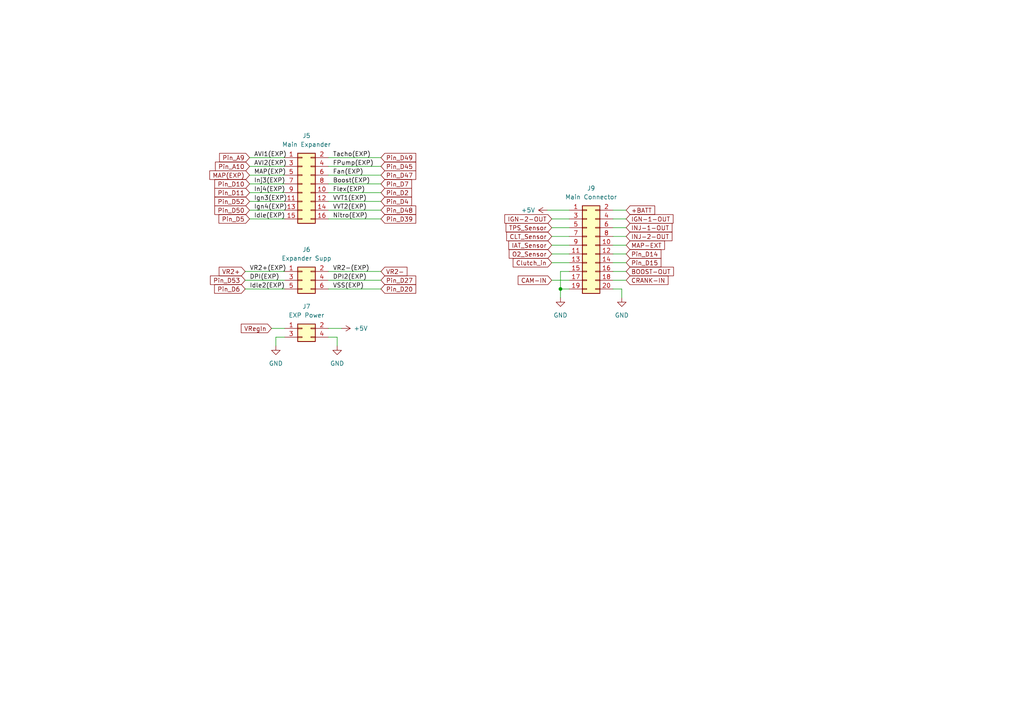
<source format=kicad_sch>
(kicad_sch (version 20211123) (generator eeschema)

  (uuid a35eaedc-2f05-4446-abcc-182d69b9ced9)

  (paper "A4")

  (lib_symbols
    (symbol "Connector_Generic:Conn_02x02_Odd_Even" (pin_names (offset 1.016) hide) (in_bom yes) (on_board yes)
      (property "Reference" "J" (id 0) (at 1.27 2.54 0)
        (effects (font (size 1.27 1.27)))
      )
      (property "Value" "Conn_02x02_Odd_Even" (id 1) (at 1.27 -5.08 0)
        (effects (font (size 1.27 1.27)))
      )
      (property "Footprint" "" (id 2) (at 0 0 0)
        (effects (font (size 1.27 1.27)) hide)
      )
      (property "Datasheet" "~" (id 3) (at 0 0 0)
        (effects (font (size 1.27 1.27)) hide)
      )
      (property "ki_keywords" "connector" (id 4) (at 0 0 0)
        (effects (font (size 1.27 1.27)) hide)
      )
      (property "ki_description" "Generic connector, double row, 02x02, odd/even pin numbering scheme (row 1 odd numbers, row 2 even numbers), script generated (kicad-library-utils/schlib/autogen/connector/)" (id 5) (at 0 0 0)
        (effects (font (size 1.27 1.27)) hide)
      )
      (property "ki_fp_filters" "Connector*:*_2x??_*" (id 6) (at 0 0 0)
        (effects (font (size 1.27 1.27)) hide)
      )
      (symbol "Conn_02x02_Odd_Even_1_1"
        (rectangle (start -1.27 -2.413) (end 0 -2.667)
          (stroke (width 0.1524) (type default) (color 0 0 0 0))
          (fill (type none))
        )
        (rectangle (start -1.27 0.127) (end 0 -0.127)
          (stroke (width 0.1524) (type default) (color 0 0 0 0))
          (fill (type none))
        )
        (rectangle (start -1.27 1.27) (end 3.81 -3.81)
          (stroke (width 0.254) (type default) (color 0 0 0 0))
          (fill (type background))
        )
        (rectangle (start 3.81 -2.413) (end 2.54 -2.667)
          (stroke (width 0.1524) (type default) (color 0 0 0 0))
          (fill (type none))
        )
        (rectangle (start 3.81 0.127) (end 2.54 -0.127)
          (stroke (width 0.1524) (type default) (color 0 0 0 0))
          (fill (type none))
        )
        (pin passive line (at -5.08 0 0) (length 3.81)
          (name "Pin_1" (effects (font (size 1.27 1.27))))
          (number "1" (effects (font (size 1.27 1.27))))
        )
        (pin passive line (at 7.62 0 180) (length 3.81)
          (name "Pin_2" (effects (font (size 1.27 1.27))))
          (number "2" (effects (font (size 1.27 1.27))))
        )
        (pin passive line (at -5.08 -2.54 0) (length 3.81)
          (name "Pin_3" (effects (font (size 1.27 1.27))))
          (number "3" (effects (font (size 1.27 1.27))))
        )
        (pin passive line (at 7.62 -2.54 180) (length 3.81)
          (name "Pin_4" (effects (font (size 1.27 1.27))))
          (number "4" (effects (font (size 1.27 1.27))))
        )
      )
    )
    (symbol "Connector_Generic:Conn_02x03_Odd_Even" (pin_names (offset 1.016) hide) (in_bom yes) (on_board yes)
      (property "Reference" "J" (id 0) (at 1.27 5.08 0)
        (effects (font (size 1.27 1.27)))
      )
      (property "Value" "Conn_02x03_Odd_Even" (id 1) (at 1.27 -5.08 0)
        (effects (font (size 1.27 1.27)))
      )
      (property "Footprint" "" (id 2) (at 0 0 0)
        (effects (font (size 1.27 1.27)) hide)
      )
      (property "Datasheet" "~" (id 3) (at 0 0 0)
        (effects (font (size 1.27 1.27)) hide)
      )
      (property "ki_keywords" "connector" (id 4) (at 0 0 0)
        (effects (font (size 1.27 1.27)) hide)
      )
      (property "ki_description" "Generic connector, double row, 02x03, odd/even pin numbering scheme (row 1 odd numbers, row 2 even numbers), script generated (kicad-library-utils/schlib/autogen/connector/)" (id 5) (at 0 0 0)
        (effects (font (size 1.27 1.27)) hide)
      )
      (property "ki_fp_filters" "Connector*:*_2x??_*" (id 6) (at 0 0 0)
        (effects (font (size 1.27 1.27)) hide)
      )
      (symbol "Conn_02x03_Odd_Even_1_1"
        (rectangle (start -1.27 -2.413) (end 0 -2.667)
          (stroke (width 0.1524) (type default) (color 0 0 0 0))
          (fill (type none))
        )
        (rectangle (start -1.27 0.127) (end 0 -0.127)
          (stroke (width 0.1524) (type default) (color 0 0 0 0))
          (fill (type none))
        )
        (rectangle (start -1.27 2.667) (end 0 2.413)
          (stroke (width 0.1524) (type default) (color 0 0 0 0))
          (fill (type none))
        )
        (rectangle (start -1.27 3.81) (end 3.81 -3.81)
          (stroke (width 0.254) (type default) (color 0 0 0 0))
          (fill (type background))
        )
        (rectangle (start 3.81 -2.413) (end 2.54 -2.667)
          (stroke (width 0.1524) (type default) (color 0 0 0 0))
          (fill (type none))
        )
        (rectangle (start 3.81 0.127) (end 2.54 -0.127)
          (stroke (width 0.1524) (type default) (color 0 0 0 0))
          (fill (type none))
        )
        (rectangle (start 3.81 2.667) (end 2.54 2.413)
          (stroke (width 0.1524) (type default) (color 0 0 0 0))
          (fill (type none))
        )
        (pin passive line (at -5.08 2.54 0) (length 3.81)
          (name "Pin_1" (effects (font (size 1.27 1.27))))
          (number "1" (effects (font (size 1.27 1.27))))
        )
        (pin passive line (at 7.62 2.54 180) (length 3.81)
          (name "Pin_2" (effects (font (size 1.27 1.27))))
          (number "2" (effects (font (size 1.27 1.27))))
        )
        (pin passive line (at -5.08 0 0) (length 3.81)
          (name "Pin_3" (effects (font (size 1.27 1.27))))
          (number "3" (effects (font (size 1.27 1.27))))
        )
        (pin passive line (at 7.62 0 180) (length 3.81)
          (name "Pin_4" (effects (font (size 1.27 1.27))))
          (number "4" (effects (font (size 1.27 1.27))))
        )
        (pin passive line (at -5.08 -2.54 0) (length 3.81)
          (name "Pin_5" (effects (font (size 1.27 1.27))))
          (number "5" (effects (font (size 1.27 1.27))))
        )
        (pin passive line (at 7.62 -2.54 180) (length 3.81)
          (name "Pin_6" (effects (font (size 1.27 1.27))))
          (number "6" (effects (font (size 1.27 1.27))))
        )
      )
    )
    (symbol "Connector_Generic:Conn_02x08_Odd_Even" (pin_names (offset 1.016) hide) (in_bom yes) (on_board yes)
      (property "Reference" "J" (id 0) (at 1.27 10.16 0)
        (effects (font (size 1.27 1.27)))
      )
      (property "Value" "Conn_02x08_Odd_Even" (id 1) (at 1.27 -12.7 0)
        (effects (font (size 1.27 1.27)))
      )
      (property "Footprint" "" (id 2) (at 0 0 0)
        (effects (font (size 1.27 1.27)) hide)
      )
      (property "Datasheet" "~" (id 3) (at 0 0 0)
        (effects (font (size 1.27 1.27)) hide)
      )
      (property "ki_keywords" "connector" (id 4) (at 0 0 0)
        (effects (font (size 1.27 1.27)) hide)
      )
      (property "ki_description" "Generic connector, double row, 02x08, odd/even pin numbering scheme (row 1 odd numbers, row 2 even numbers), script generated (kicad-library-utils/schlib/autogen/connector/)" (id 5) (at 0 0 0)
        (effects (font (size 1.27 1.27)) hide)
      )
      (property "ki_fp_filters" "Connector*:*_2x??_*" (id 6) (at 0 0 0)
        (effects (font (size 1.27 1.27)) hide)
      )
      (symbol "Conn_02x08_Odd_Even_1_1"
        (rectangle (start -1.27 -10.033) (end 0 -10.287)
          (stroke (width 0.1524) (type default) (color 0 0 0 0))
          (fill (type none))
        )
        (rectangle (start -1.27 -7.493) (end 0 -7.747)
          (stroke (width 0.1524) (type default) (color 0 0 0 0))
          (fill (type none))
        )
        (rectangle (start -1.27 -4.953) (end 0 -5.207)
          (stroke (width 0.1524) (type default) (color 0 0 0 0))
          (fill (type none))
        )
        (rectangle (start -1.27 -2.413) (end 0 -2.667)
          (stroke (width 0.1524) (type default) (color 0 0 0 0))
          (fill (type none))
        )
        (rectangle (start -1.27 0.127) (end 0 -0.127)
          (stroke (width 0.1524) (type default) (color 0 0 0 0))
          (fill (type none))
        )
        (rectangle (start -1.27 2.667) (end 0 2.413)
          (stroke (width 0.1524) (type default) (color 0 0 0 0))
          (fill (type none))
        )
        (rectangle (start -1.27 5.207) (end 0 4.953)
          (stroke (width 0.1524) (type default) (color 0 0 0 0))
          (fill (type none))
        )
        (rectangle (start -1.27 7.747) (end 0 7.493)
          (stroke (width 0.1524) (type default) (color 0 0 0 0))
          (fill (type none))
        )
        (rectangle (start -1.27 8.89) (end 3.81 -11.43)
          (stroke (width 0.254) (type default) (color 0 0 0 0))
          (fill (type background))
        )
        (rectangle (start 3.81 -10.033) (end 2.54 -10.287)
          (stroke (width 0.1524) (type default) (color 0 0 0 0))
          (fill (type none))
        )
        (rectangle (start 3.81 -7.493) (end 2.54 -7.747)
          (stroke (width 0.1524) (type default) (color 0 0 0 0))
          (fill (type none))
        )
        (rectangle (start 3.81 -4.953) (end 2.54 -5.207)
          (stroke (width 0.1524) (type default) (color 0 0 0 0))
          (fill (type none))
        )
        (rectangle (start 3.81 -2.413) (end 2.54 -2.667)
          (stroke (width 0.1524) (type default) (color 0 0 0 0))
          (fill (type none))
        )
        (rectangle (start 3.81 0.127) (end 2.54 -0.127)
          (stroke (width 0.1524) (type default) (color 0 0 0 0))
          (fill (type none))
        )
        (rectangle (start 3.81 2.667) (end 2.54 2.413)
          (stroke (width 0.1524) (type default) (color 0 0 0 0))
          (fill (type none))
        )
        (rectangle (start 3.81 5.207) (end 2.54 4.953)
          (stroke (width 0.1524) (type default) (color 0 0 0 0))
          (fill (type none))
        )
        (rectangle (start 3.81 7.747) (end 2.54 7.493)
          (stroke (width 0.1524) (type default) (color 0 0 0 0))
          (fill (type none))
        )
        (pin passive line (at -5.08 7.62 0) (length 3.81)
          (name "Pin_1" (effects (font (size 1.27 1.27))))
          (number "1" (effects (font (size 1.27 1.27))))
        )
        (pin passive line (at 7.62 -2.54 180) (length 3.81)
          (name "Pin_10" (effects (font (size 1.27 1.27))))
          (number "10" (effects (font (size 1.27 1.27))))
        )
        (pin passive line (at -5.08 -5.08 0) (length 3.81)
          (name "Pin_11" (effects (font (size 1.27 1.27))))
          (number "11" (effects (font (size 1.27 1.27))))
        )
        (pin passive line (at 7.62 -5.08 180) (length 3.81)
          (name "Pin_12" (effects (font (size 1.27 1.27))))
          (number "12" (effects (font (size 1.27 1.27))))
        )
        (pin passive line (at -5.08 -7.62 0) (length 3.81)
          (name "Pin_13" (effects (font (size 1.27 1.27))))
          (number "13" (effects (font (size 1.27 1.27))))
        )
        (pin passive line (at 7.62 -7.62 180) (length 3.81)
          (name "Pin_14" (effects (font (size 1.27 1.27))))
          (number "14" (effects (font (size 1.27 1.27))))
        )
        (pin passive line (at -5.08 -10.16 0) (length 3.81)
          (name "Pin_15" (effects (font (size 1.27 1.27))))
          (number "15" (effects (font (size 1.27 1.27))))
        )
        (pin passive line (at 7.62 -10.16 180) (length 3.81)
          (name "Pin_16" (effects (font (size 1.27 1.27))))
          (number "16" (effects (font (size 1.27 1.27))))
        )
        (pin passive line (at 7.62 7.62 180) (length 3.81)
          (name "Pin_2" (effects (font (size 1.27 1.27))))
          (number "2" (effects (font (size 1.27 1.27))))
        )
        (pin passive line (at -5.08 5.08 0) (length 3.81)
          (name "Pin_3" (effects (font (size 1.27 1.27))))
          (number "3" (effects (font (size 1.27 1.27))))
        )
        (pin passive line (at 7.62 5.08 180) (length 3.81)
          (name "Pin_4" (effects (font (size 1.27 1.27))))
          (number "4" (effects (font (size 1.27 1.27))))
        )
        (pin passive line (at -5.08 2.54 0) (length 3.81)
          (name "Pin_5" (effects (font (size 1.27 1.27))))
          (number "5" (effects (font (size 1.27 1.27))))
        )
        (pin passive line (at 7.62 2.54 180) (length 3.81)
          (name "Pin_6" (effects (font (size 1.27 1.27))))
          (number "6" (effects (font (size 1.27 1.27))))
        )
        (pin passive line (at -5.08 0 0) (length 3.81)
          (name "Pin_7" (effects (font (size 1.27 1.27))))
          (number "7" (effects (font (size 1.27 1.27))))
        )
        (pin passive line (at 7.62 0 180) (length 3.81)
          (name "Pin_8" (effects (font (size 1.27 1.27))))
          (number "8" (effects (font (size 1.27 1.27))))
        )
        (pin passive line (at -5.08 -2.54 0) (length 3.81)
          (name "Pin_9" (effects (font (size 1.27 1.27))))
          (number "9" (effects (font (size 1.27 1.27))))
        )
      )
    )
    (symbol "Connector_Generic:Conn_02x10_Odd_Even" (pin_names (offset 1.016) hide) (in_bom yes) (on_board yes)
      (property "Reference" "J" (id 0) (at 1.27 12.7 0)
        (effects (font (size 1.27 1.27)))
      )
      (property "Value" "Conn_02x10_Odd_Even" (id 1) (at 1.27 -15.24 0)
        (effects (font (size 1.27 1.27)))
      )
      (property "Footprint" "" (id 2) (at 0 0 0)
        (effects (font (size 1.27 1.27)) hide)
      )
      (property "Datasheet" "~" (id 3) (at 0 0 0)
        (effects (font (size 1.27 1.27)) hide)
      )
      (property "ki_keywords" "connector" (id 4) (at 0 0 0)
        (effects (font (size 1.27 1.27)) hide)
      )
      (property "ki_description" "Generic connector, double row, 02x10, odd/even pin numbering scheme (row 1 odd numbers, row 2 even numbers), script generated (kicad-library-utils/schlib/autogen/connector/)" (id 5) (at 0 0 0)
        (effects (font (size 1.27 1.27)) hide)
      )
      (property "ki_fp_filters" "Connector*:*_2x??_*" (id 6) (at 0 0 0)
        (effects (font (size 1.27 1.27)) hide)
      )
      (symbol "Conn_02x10_Odd_Even_1_1"
        (rectangle (start -1.27 -12.573) (end 0 -12.827)
          (stroke (width 0.1524) (type default) (color 0 0 0 0))
          (fill (type none))
        )
        (rectangle (start -1.27 -10.033) (end 0 -10.287)
          (stroke (width 0.1524) (type default) (color 0 0 0 0))
          (fill (type none))
        )
        (rectangle (start -1.27 -7.493) (end 0 -7.747)
          (stroke (width 0.1524) (type default) (color 0 0 0 0))
          (fill (type none))
        )
        (rectangle (start -1.27 -4.953) (end 0 -5.207)
          (stroke (width 0.1524) (type default) (color 0 0 0 0))
          (fill (type none))
        )
        (rectangle (start -1.27 -2.413) (end 0 -2.667)
          (stroke (width 0.1524) (type default) (color 0 0 0 0))
          (fill (type none))
        )
        (rectangle (start -1.27 0.127) (end 0 -0.127)
          (stroke (width 0.1524) (type default) (color 0 0 0 0))
          (fill (type none))
        )
        (rectangle (start -1.27 2.667) (end 0 2.413)
          (stroke (width 0.1524) (type default) (color 0 0 0 0))
          (fill (type none))
        )
        (rectangle (start -1.27 5.207) (end 0 4.953)
          (stroke (width 0.1524) (type default) (color 0 0 0 0))
          (fill (type none))
        )
        (rectangle (start -1.27 7.747) (end 0 7.493)
          (stroke (width 0.1524) (type default) (color 0 0 0 0))
          (fill (type none))
        )
        (rectangle (start -1.27 10.287) (end 0 10.033)
          (stroke (width 0.1524) (type default) (color 0 0 0 0))
          (fill (type none))
        )
        (rectangle (start -1.27 11.43) (end 3.81 -13.97)
          (stroke (width 0.254) (type default) (color 0 0 0 0))
          (fill (type background))
        )
        (rectangle (start 3.81 -12.573) (end 2.54 -12.827)
          (stroke (width 0.1524) (type default) (color 0 0 0 0))
          (fill (type none))
        )
        (rectangle (start 3.81 -10.033) (end 2.54 -10.287)
          (stroke (width 0.1524) (type default) (color 0 0 0 0))
          (fill (type none))
        )
        (rectangle (start 3.81 -7.493) (end 2.54 -7.747)
          (stroke (width 0.1524) (type default) (color 0 0 0 0))
          (fill (type none))
        )
        (rectangle (start 3.81 -4.953) (end 2.54 -5.207)
          (stroke (width 0.1524) (type default) (color 0 0 0 0))
          (fill (type none))
        )
        (rectangle (start 3.81 -2.413) (end 2.54 -2.667)
          (stroke (width 0.1524) (type default) (color 0 0 0 0))
          (fill (type none))
        )
        (rectangle (start 3.81 0.127) (end 2.54 -0.127)
          (stroke (width 0.1524) (type default) (color 0 0 0 0))
          (fill (type none))
        )
        (rectangle (start 3.81 2.667) (end 2.54 2.413)
          (stroke (width 0.1524) (type default) (color 0 0 0 0))
          (fill (type none))
        )
        (rectangle (start 3.81 5.207) (end 2.54 4.953)
          (stroke (width 0.1524) (type default) (color 0 0 0 0))
          (fill (type none))
        )
        (rectangle (start 3.81 7.747) (end 2.54 7.493)
          (stroke (width 0.1524) (type default) (color 0 0 0 0))
          (fill (type none))
        )
        (rectangle (start 3.81 10.287) (end 2.54 10.033)
          (stroke (width 0.1524) (type default) (color 0 0 0 0))
          (fill (type none))
        )
        (pin passive line (at -5.08 10.16 0) (length 3.81)
          (name "Pin_1" (effects (font (size 1.27 1.27))))
          (number "1" (effects (font (size 1.27 1.27))))
        )
        (pin passive line (at 7.62 0 180) (length 3.81)
          (name "Pin_10" (effects (font (size 1.27 1.27))))
          (number "10" (effects (font (size 1.27 1.27))))
        )
        (pin passive line (at -5.08 -2.54 0) (length 3.81)
          (name "Pin_11" (effects (font (size 1.27 1.27))))
          (number "11" (effects (font (size 1.27 1.27))))
        )
        (pin passive line (at 7.62 -2.54 180) (length 3.81)
          (name "Pin_12" (effects (font (size 1.27 1.27))))
          (number "12" (effects (font (size 1.27 1.27))))
        )
        (pin passive line (at -5.08 -5.08 0) (length 3.81)
          (name "Pin_13" (effects (font (size 1.27 1.27))))
          (number "13" (effects (font (size 1.27 1.27))))
        )
        (pin passive line (at 7.62 -5.08 180) (length 3.81)
          (name "Pin_14" (effects (font (size 1.27 1.27))))
          (number "14" (effects (font (size 1.27 1.27))))
        )
        (pin passive line (at -5.08 -7.62 0) (length 3.81)
          (name "Pin_15" (effects (font (size 1.27 1.27))))
          (number "15" (effects (font (size 1.27 1.27))))
        )
        (pin passive line (at 7.62 -7.62 180) (length 3.81)
          (name "Pin_16" (effects (font (size 1.27 1.27))))
          (number "16" (effects (font (size 1.27 1.27))))
        )
        (pin passive line (at -5.08 -10.16 0) (length 3.81)
          (name "Pin_17" (effects (font (size 1.27 1.27))))
          (number "17" (effects (font (size 1.27 1.27))))
        )
        (pin passive line (at 7.62 -10.16 180) (length 3.81)
          (name "Pin_18" (effects (font (size 1.27 1.27))))
          (number "18" (effects (font (size 1.27 1.27))))
        )
        (pin passive line (at -5.08 -12.7 0) (length 3.81)
          (name "Pin_19" (effects (font (size 1.27 1.27))))
          (number "19" (effects (font (size 1.27 1.27))))
        )
        (pin passive line (at 7.62 10.16 180) (length 3.81)
          (name "Pin_2" (effects (font (size 1.27 1.27))))
          (number "2" (effects (font (size 1.27 1.27))))
        )
        (pin passive line (at 7.62 -12.7 180) (length 3.81)
          (name "Pin_20" (effects (font (size 1.27 1.27))))
          (number "20" (effects (font (size 1.27 1.27))))
        )
        (pin passive line (at -5.08 7.62 0) (length 3.81)
          (name "Pin_3" (effects (font (size 1.27 1.27))))
          (number "3" (effects (font (size 1.27 1.27))))
        )
        (pin passive line (at 7.62 7.62 180) (length 3.81)
          (name "Pin_4" (effects (font (size 1.27 1.27))))
          (number "4" (effects (font (size 1.27 1.27))))
        )
        (pin passive line (at -5.08 5.08 0) (length 3.81)
          (name "Pin_5" (effects (font (size 1.27 1.27))))
          (number "5" (effects (font (size 1.27 1.27))))
        )
        (pin passive line (at 7.62 5.08 180) (length 3.81)
          (name "Pin_6" (effects (font (size 1.27 1.27))))
          (number "6" (effects (font (size 1.27 1.27))))
        )
        (pin passive line (at -5.08 2.54 0) (length 3.81)
          (name "Pin_7" (effects (font (size 1.27 1.27))))
          (number "7" (effects (font (size 1.27 1.27))))
        )
        (pin passive line (at 7.62 2.54 180) (length 3.81)
          (name "Pin_8" (effects (font (size 1.27 1.27))))
          (number "8" (effects (font (size 1.27 1.27))))
        )
        (pin passive line (at -5.08 0 0) (length 3.81)
          (name "Pin_9" (effects (font (size 1.27 1.27))))
          (number "9" (effects (font (size 1.27 1.27))))
        )
      )
    )
    (symbol "power:+5V" (power) (pin_names (offset 0)) (in_bom yes) (on_board yes)
      (property "Reference" "#PWR" (id 0) (at 0 -3.81 0)
        (effects (font (size 1.27 1.27)) hide)
      )
      (property "Value" "+5V" (id 1) (at 0 3.556 0)
        (effects (font (size 1.27 1.27)))
      )
      (property "Footprint" "" (id 2) (at 0 0 0)
        (effects (font (size 1.27 1.27)) hide)
      )
      (property "Datasheet" "" (id 3) (at 0 0 0)
        (effects (font (size 1.27 1.27)) hide)
      )
      (property "ki_keywords" "global power" (id 4) (at 0 0 0)
        (effects (font (size 1.27 1.27)) hide)
      )
      (property "ki_description" "Power symbol creates a global label with name \"+5V\"" (id 5) (at 0 0 0)
        (effects (font (size 1.27 1.27)) hide)
      )
      (symbol "+5V_0_1"
        (polyline
          (pts
            (xy -0.762 1.27)
            (xy 0 2.54)
          )
          (stroke (width 0) (type default) (color 0 0 0 0))
          (fill (type none))
        )
        (polyline
          (pts
            (xy 0 0)
            (xy 0 2.54)
          )
          (stroke (width 0) (type default) (color 0 0 0 0))
          (fill (type none))
        )
        (polyline
          (pts
            (xy 0 2.54)
            (xy 0.762 1.27)
          )
          (stroke (width 0) (type default) (color 0 0 0 0))
          (fill (type none))
        )
      )
      (symbol "+5V_1_1"
        (pin power_in line (at 0 0 90) (length 0) hide
          (name "+5V" (effects (font (size 1.27 1.27))))
          (number "1" (effects (font (size 1.27 1.27))))
        )
      )
    )
    (symbol "power:GND" (power) (pin_names (offset 0)) (in_bom yes) (on_board yes)
      (property "Reference" "#PWR" (id 0) (at 0 -6.35 0)
        (effects (font (size 1.27 1.27)) hide)
      )
      (property "Value" "GND" (id 1) (at 0 -3.81 0)
        (effects (font (size 1.27 1.27)))
      )
      (property "Footprint" "" (id 2) (at 0 0 0)
        (effects (font (size 1.27 1.27)) hide)
      )
      (property "Datasheet" "" (id 3) (at 0 0 0)
        (effects (font (size 1.27 1.27)) hide)
      )
      (property "ki_keywords" "global power" (id 4) (at 0 0 0)
        (effects (font (size 1.27 1.27)) hide)
      )
      (property "ki_description" "Power symbol creates a global label with name \"GND\" , ground" (id 5) (at 0 0 0)
        (effects (font (size 1.27 1.27)) hide)
      )
      (symbol "GND_0_1"
        (polyline
          (pts
            (xy 0 0)
            (xy 0 -1.27)
            (xy 1.27 -1.27)
            (xy 0 -2.54)
            (xy -1.27 -1.27)
            (xy 0 -1.27)
          )
          (stroke (width 0) (type default) (color 0 0 0 0))
          (fill (type none))
        )
      )
      (symbol "GND_1_1"
        (pin power_in line (at 0 0 270) (length 0) hide
          (name "GND" (effects (font (size 1.27 1.27))))
          (number "1" (effects (font (size 1.27 1.27))))
        )
      )
    )
  )

  (junction (at 162.56 83.82) (diameter 0) (color 0 0 0 0)
    (uuid b47bf250-87b7-48cb-a2b6-586f4c0a589b)
  )

  (wire (pts (xy 95.25 50.8) (xy 110.49 50.8))
    (stroke (width 0) (type default) (color 0 0 0 0))
    (uuid 05114eb7-22d3-4efa-bc74-7ceb774d058c)
  )
  (wire (pts (xy 160.02 73.66) (xy 165.1 73.66))
    (stroke (width 0) (type default) (color 0 0 0 0))
    (uuid 079d5f60-067e-47e0-b245-7b97d3535f15)
  )
  (wire (pts (xy 180.34 83.82) (xy 180.34 86.36))
    (stroke (width 0) (type default) (color 0 0 0 0))
    (uuid 09f8abfb-779d-4dd6-97a2-86dbe2da2679)
  )
  (wire (pts (xy 95.25 63.5) (xy 110.49 63.5))
    (stroke (width 0) (type default) (color 0 0 0 0))
    (uuid 0bbd99af-cb69-4db6-90f4-306ff4ce1d47)
  )
  (wire (pts (xy 72.39 63.5) (xy 82.55 63.5))
    (stroke (width 0) (type default) (color 0 0 0 0))
    (uuid 114b38a6-28ea-418d-968d-09ff6359b0d6)
  )
  (wire (pts (xy 71.12 81.28) (xy 82.55 81.28))
    (stroke (width 0) (type default) (color 0 0 0 0))
    (uuid 13dcc731-8216-4ae2-af05-b72ef9f6403c)
  )
  (wire (pts (xy 177.8 71.12) (xy 181.61 71.12))
    (stroke (width 0) (type default) (color 0 0 0 0))
    (uuid 18545656-b5a7-440d-b729-576d9418cd39)
  )
  (wire (pts (xy 177.8 66.04) (xy 181.61 66.04))
    (stroke (width 0) (type default) (color 0 0 0 0))
    (uuid 19540aeb-8b71-47dd-b253-de7a1371d3ef)
  )
  (wire (pts (xy 95.25 60.96) (xy 110.49 60.96))
    (stroke (width 0) (type default) (color 0 0 0 0))
    (uuid 1ad99989-b0f3-476b-abd9-c40bff054d36)
  )
  (wire (pts (xy 72.39 50.8) (xy 82.55 50.8))
    (stroke (width 0) (type default) (color 0 0 0 0))
    (uuid 1dcccc46-f99f-49d9-8c17-d60343af516e)
  )
  (wire (pts (xy 71.12 78.74) (xy 82.55 78.74))
    (stroke (width 0) (type default) (color 0 0 0 0))
    (uuid 247002a0-5e10-4f61-a648-e777087b9e4b)
  )
  (wire (pts (xy 160.02 63.5) (xy 165.1 63.5))
    (stroke (width 0) (type default) (color 0 0 0 0))
    (uuid 37837eaa-f64c-4125-86a9-19946790bb60)
  )
  (wire (pts (xy 97.79 97.79) (xy 97.79 100.33))
    (stroke (width 0) (type default) (color 0 0 0 0))
    (uuid 419b7b84-5be1-4e81-9ed4-c011be65ea41)
  )
  (wire (pts (xy 177.8 63.5) (xy 181.61 63.5))
    (stroke (width 0) (type default) (color 0 0 0 0))
    (uuid 44618cee-9644-417c-81ee-25b841b8ed91)
  )
  (wire (pts (xy 95.25 83.82) (xy 110.49 83.82))
    (stroke (width 0) (type default) (color 0 0 0 0))
    (uuid 44ac33f1-d90d-4588-a533-91dcc23e0dd4)
  )
  (wire (pts (xy 160.02 81.28) (xy 165.1 81.28))
    (stroke (width 0) (type default) (color 0 0 0 0))
    (uuid 4583c90c-0151-49cb-bd6f-7940906821ce)
  )
  (wire (pts (xy 162.56 78.74) (xy 162.56 83.82))
    (stroke (width 0) (type default) (color 0 0 0 0))
    (uuid 4e70048e-fede-454c-9d1a-6d8296947458)
  )
  (wire (pts (xy 165.1 83.82) (xy 162.56 83.82))
    (stroke (width 0) (type default) (color 0 0 0 0))
    (uuid 4fa5c963-6835-4c3f-938a-d90407c6c262)
  )
  (wire (pts (xy 165.1 78.74) (xy 162.56 78.74))
    (stroke (width 0) (type default) (color 0 0 0 0))
    (uuid 4fe1415b-1abe-41ff-b2c4-3243b7b5b027)
  )
  (wire (pts (xy 177.8 73.66) (xy 181.61 73.66))
    (stroke (width 0) (type default) (color 0 0 0 0))
    (uuid 522e44c7-03be-4c0e-a747-0e2ab95ba912)
  )
  (wire (pts (xy 160.02 66.04) (xy 165.1 66.04))
    (stroke (width 0) (type default) (color 0 0 0 0))
    (uuid 533e3b59-4108-4a1f-94c4-4b009dbe796e)
  )
  (wire (pts (xy 177.8 83.82) (xy 180.34 83.82))
    (stroke (width 0) (type default) (color 0 0 0 0))
    (uuid 547ec298-15f9-410c-8dc1-65780504c307)
  )
  (wire (pts (xy 72.39 48.26) (xy 82.55 48.26))
    (stroke (width 0) (type default) (color 0 0 0 0))
    (uuid 5cf05fad-5d9b-4794-babd-a9e6bb3a6b3b)
  )
  (wire (pts (xy 160.02 68.58) (xy 165.1 68.58))
    (stroke (width 0) (type default) (color 0 0 0 0))
    (uuid 7792a85f-4fe0-4215-8a88-ced756061521)
  )
  (wire (pts (xy 78.74 95.25) (xy 82.55 95.25))
    (stroke (width 0) (type default) (color 0 0 0 0))
    (uuid 79c6d245-01bc-46d1-a247-c75f329740a7)
  )
  (wire (pts (xy 95.25 45.72) (xy 110.49 45.72))
    (stroke (width 0) (type default) (color 0 0 0 0))
    (uuid 7b65fae5-11f8-4734-a137-9d55f70d458a)
  )
  (wire (pts (xy 95.25 95.25) (xy 99.06 95.25))
    (stroke (width 0) (type default) (color 0 0 0 0))
    (uuid 7c1af324-176f-4bf9-884e-937f3957fa12)
  )
  (wire (pts (xy 95.25 48.26) (xy 110.49 48.26))
    (stroke (width 0) (type default) (color 0 0 0 0))
    (uuid 7fbc3c65-5a5c-44b4-9045-46a4a8f76829)
  )
  (wire (pts (xy 160.02 71.12) (xy 165.1 71.12))
    (stroke (width 0) (type default) (color 0 0 0 0))
    (uuid 83c9a459-e288-4bf9-9df0-ef6f21b40ca9)
  )
  (wire (pts (xy 95.25 97.79) (xy 97.79 97.79))
    (stroke (width 0) (type default) (color 0 0 0 0))
    (uuid 85c9969a-a277-4415-bbee-a8ee442d8df0)
  )
  (wire (pts (xy 177.8 68.58) (xy 181.61 68.58))
    (stroke (width 0) (type default) (color 0 0 0 0))
    (uuid 8acd06f6-9bba-4115-9ae3-c98802242970)
  )
  (wire (pts (xy 95.25 53.34) (xy 110.49 53.34))
    (stroke (width 0) (type default) (color 0 0 0 0))
    (uuid 97bc408b-31f0-461f-957f-10a3dee88080)
  )
  (wire (pts (xy 72.39 53.34) (xy 82.55 53.34))
    (stroke (width 0) (type default) (color 0 0 0 0))
    (uuid 9ac8790e-b20d-404e-af0d-94d32b14fa5f)
  )
  (wire (pts (xy 95.25 55.88) (xy 110.49 55.88))
    (stroke (width 0) (type default) (color 0 0 0 0))
    (uuid 9d4cf83a-ee28-49ef-8539-b1c0253fcd41)
  )
  (wire (pts (xy 95.25 81.28) (xy 110.49 81.28))
    (stroke (width 0) (type default) (color 0 0 0 0))
    (uuid a17082c3-dc4c-46d9-bb8e-e10be89f9158)
  )
  (wire (pts (xy 162.56 83.82) (xy 162.56 86.36))
    (stroke (width 0) (type default) (color 0 0 0 0))
    (uuid a8984336-7280-46ff-b605-a78b45c73ace)
  )
  (wire (pts (xy 82.55 97.79) (xy 80.01 97.79))
    (stroke (width 0) (type default) (color 0 0 0 0))
    (uuid aec5ff03-186e-4b0c-a45f-775aa6f743bb)
  )
  (wire (pts (xy 80.01 97.79) (xy 80.01 100.33))
    (stroke (width 0) (type default) (color 0 0 0 0))
    (uuid af54052d-4041-49b7-a9ff-22285af26a29)
  )
  (wire (pts (xy 95.25 58.42) (xy 110.49 58.42))
    (stroke (width 0) (type default) (color 0 0 0 0))
    (uuid b4d25ba1-0408-40b9-a1c0-7cd7b99520ac)
  )
  (wire (pts (xy 177.8 60.96) (xy 181.61 60.96))
    (stroke (width 0) (type default) (color 0 0 0 0))
    (uuid b8b24481-a855-455f-8ca9-13d0c0d34807)
  )
  (wire (pts (xy 72.39 45.72) (xy 82.55 45.72))
    (stroke (width 0) (type default) (color 0 0 0 0))
    (uuid c6020f14-c986-479f-b123-29300bd4efa8)
  )
  (wire (pts (xy 177.8 78.74) (xy 181.61 78.74))
    (stroke (width 0) (type default) (color 0 0 0 0))
    (uuid c8d39292-9497-495e-9980-a88a15ef1ea3)
  )
  (wire (pts (xy 72.39 60.96) (xy 82.55 60.96))
    (stroke (width 0) (type default) (color 0 0 0 0))
    (uuid cbc6cf81-80d8-4f6e-b00b-2b5567cb5e2d)
  )
  (wire (pts (xy 72.39 55.88) (xy 82.55 55.88))
    (stroke (width 0) (type default) (color 0 0 0 0))
    (uuid d0a30cc3-5820-48a2-a225-623dff7fc21f)
  )
  (wire (pts (xy 160.02 76.2) (xy 165.1 76.2))
    (stroke (width 0) (type default) (color 0 0 0 0))
    (uuid da95f2e6-a837-4e33-82cd-a8933f96e60e)
  )
  (wire (pts (xy 177.8 81.28) (xy 181.61 81.28))
    (stroke (width 0) (type default) (color 0 0 0 0))
    (uuid ddcd589d-54e6-40a5-baa6-efcff365b818)
  )
  (wire (pts (xy 158.75 60.96) (xy 165.1 60.96))
    (stroke (width 0) (type default) (color 0 0 0 0))
    (uuid e5aa1964-6ddf-41bb-8abd-88733eef629a)
  )
  (wire (pts (xy 95.25 78.74) (xy 110.49 78.74))
    (stroke (width 0) (type default) (color 0 0 0 0))
    (uuid ea1ef55d-2e89-4331-aa51-b9b4f5304973)
  )
  (wire (pts (xy 72.39 58.42) (xy 82.55 58.42))
    (stroke (width 0) (type default) (color 0 0 0 0))
    (uuid f5d25777-fd31-4d2c-9493-c8c8f1824cad)
  )
  (wire (pts (xy 71.12 83.82) (xy 82.55 83.82))
    (stroke (width 0) (type default) (color 0 0 0 0))
    (uuid f8f412ad-3964-4279-b04b-1d5dcf07a17a)
  )
  (wire (pts (xy 177.8 76.2) (xy 181.61 76.2))
    (stroke (width 0) (type default) (color 0 0 0 0))
    (uuid fd2b8336-3b2c-482c-a755-53e475ff48e1)
  )

  (label "VR2-(EXP)" (at 96.52 78.74 0)
    (effects (font (size 1.27 1.27)) (justify left bottom))
    (uuid 0439cdf8-6162-4476-8675-16a2eb4be7f0)
  )
  (label "VR2+(EXP)" (at 72.39 78.74 0)
    (effects (font (size 1.27 1.27)) (justify left bottom))
    (uuid 10a9746f-2126-4aa2-a56c-e859405012bd)
  )
  (label "DPI(EXP)" (at 72.39 81.28 0)
    (effects (font (size 1.27 1.27)) (justify left bottom))
    (uuid 157b02df-5582-4d00-9183-349016fdd912)
  )
  (label "Fan(EXP)" (at 96.52 50.8 0)
    (effects (font (size 1.27 1.27)) (justify left bottom))
    (uuid 30321d9d-6455-4b68-8362-23583d084585)
  )
  (label "Inj3(EXP)" (at 73.66 53.34 0)
    (effects (font (size 1.27 1.27)) (justify left bottom))
    (uuid 3dc25530-0eed-4602-bb56-e06489d7f22f)
  )
  (label "DPI2(EXP)" (at 96.52 81.28 0)
    (effects (font (size 1.27 1.27)) (justify left bottom))
    (uuid 43d05efc-52e8-4f0c-bdb4-b4652da86524)
  )
  (label "Tacho(EXP)" (at 96.52 45.72 0)
    (effects (font (size 1.27 1.27)) (justify left bottom))
    (uuid 44b0fba2-8450-4925-a591-6da4c2071feb)
  )
  (label "Idle2(EXP)" (at 72.39 83.82 0)
    (effects (font (size 1.27 1.27)) (justify left bottom))
    (uuid 4809084e-e42a-4170-ada4-d93327ff92b8)
  )
  (label "Ign4(EXP)" (at 73.66 60.96 0)
    (effects (font (size 1.27 1.27)) (justify left bottom))
    (uuid 49c52ebf-c2c5-4dbe-8643-3626e1e8dd2f)
  )
  (label "VVT1(EXP)" (at 96.52 58.42 0)
    (effects (font (size 1.27 1.27)) (justify left bottom))
    (uuid 551bfc13-5410-4bf6-9dbe-cf675cee3ad5)
  )
  (label "VVT2(EXP)" (at 96.52 60.96 0)
    (effects (font (size 1.27 1.27)) (justify left bottom))
    (uuid 58b63f66-38dc-4d03-ba45-70489d478b3c)
  )
  (label "AVI2(EXP)" (at 73.66 48.26 0)
    (effects (font (size 1.27 1.27)) (justify left bottom))
    (uuid 91d7acf8-3e07-45b9-a058-160d2444c228)
  )
  (label "VSS(EXP)" (at 96.52 83.82 0)
    (effects (font (size 1.27 1.27)) (justify left bottom))
    (uuid 97a1e203-7f6d-4f69-9533-31c8910ae5f0)
  )
  (label "Flex(EXP)" (at 96.52 55.88 0)
    (effects (font (size 1.27 1.27)) (justify left bottom))
    (uuid 99f3fbb1-89c4-4409-826e-956721cdd464)
  )
  (label "Idle(EXP)" (at 73.66 63.5 0)
    (effects (font (size 1.27 1.27)) (justify left bottom))
    (uuid a01e2ded-26ae-4e34-8164-31b639361571)
  )
  (label "MAP(EXP)" (at 73.66 50.8 0)
    (effects (font (size 1.27 1.27)) (justify left bottom))
    (uuid ad31708f-4639-4488-88f1-8a9a278227a8)
  )
  (label "Nitro(EXP)" (at 96.52 63.5 0)
    (effects (font (size 1.27 1.27)) (justify left bottom))
    (uuid b0e193c3-dfed-4037-81ef-889b8bda7804)
  )
  (label "FPump(EXP)" (at 96.52 48.26 0)
    (effects (font (size 1.27 1.27)) (justify left bottom))
    (uuid b20742b5-7c24-4462-b0f6-71572f3fb204)
  )
  (label "Boost(EXP)" (at 96.52 53.34 0)
    (effects (font (size 1.27 1.27)) (justify left bottom))
    (uuid b24d35b7-8e45-4338-ad5e-e5ba7c1dc77f)
  )
  (label "AVI1(EXP)" (at 73.66 45.72 0)
    (effects (font (size 1.27 1.27)) (justify left bottom))
    (uuid bac5197f-3a4e-4999-b9f5-366f49c2122e)
  )
  (label "Inj4(EXP)" (at 73.66 55.88 0)
    (effects (font (size 1.27 1.27)) (justify left bottom))
    (uuid e334f7c2-d73a-4607-bc0f-641ae8cf01f7)
  )
  (label "Ign3(EXP)" (at 73.66 58.42 0)
    (effects (font (size 1.27 1.27)) (justify left bottom))
    (uuid febcaea7-3816-41c6-a230-c08c4a9ad6a8)
  )

  (global_label "Pin_D10" (shape input) (at 72.39 53.34 180) (fields_autoplaced)
    (effects (font (size 1.27 1.27)) (justify right))
    (uuid 0466c514-bf2c-49de-9a42-b4388c8fe458)
    (property "Intersheet References" "${INTERSHEET_REFS}" (id 0) (at 62.2964 53.2606 0)
      (effects (font (size 1.27 1.27)) (justify right) hide)
    )
  )
  (global_label "Pin_D15" (shape input) (at 181.61 76.2 0) (fields_autoplaced)
    (effects (font (size 1.27 1.27)) (justify left))
    (uuid 095b3306-acaa-49ca-bc9b-09b208648dad)
    (property "Intersheet References" "${INTERSHEET_REFS}" (id 0) (at 191.7036 76.2794 0)
      (effects (font (size 1.27 1.27)) (justify left) hide)
    )
  )
  (global_label "Clutch_in" (shape input) (at 160.02 76.2 180) (fields_autoplaced)
    (effects (font (size 1.27 1.27)) (justify right))
    (uuid 147f7a71-42f4-434e-8f75-d6e2510d994c)
    (property "Intersheet References" "${INTERSHEET_REFS}" (id 0) (at 30.48 -87.63 0)
      (effects (font (size 1.27 1.27)) hide)
    )
  )
  (global_label "INJ-1-OUT" (shape input) (at 181.61 66.04 0) (fields_autoplaced)
    (effects (font (size 1.27 1.27)) (justify left))
    (uuid 159d2044-9138-4368-a643-fa5f4a2cc069)
    (property "Intersheet References" "${INTERSHEET_REFS}" (id 0) (at 194.9088 65.9606 0)
      (effects (font (size 1.27 1.27)) (justify left) hide)
    )
  )
  (global_label "TPS_Sensor" (shape input) (at 160.02 66.04 180) (fields_autoplaced)
    (effects (font (size 1.27 1.27)) (justify right))
    (uuid 172df932-8e0e-459b-9f3c-bb0dbf94aef1)
    (property "Intersheet References" "${INTERSHEET_REFS}" (id 0) (at 34.29 33.02 0)
      (effects (font (size 1.27 1.27)) hide)
    )
  )
  (global_label "Pin_D11" (shape input) (at 72.39 55.88 180) (fields_autoplaced)
    (effects (font (size 1.27 1.27)) (justify right))
    (uuid 1de49de1-43ef-431b-9d1c-e2ac0f0a27e5)
    (property "Intersheet References" "${INTERSHEET_REFS}" (id 0) (at 62.2964 55.8006 0)
      (effects (font (size 1.27 1.27)) (justify right) hide)
    )
  )
  (global_label "Pin_D52" (shape input) (at 72.39 58.42 180) (fields_autoplaced)
    (effects (font (size 1.27 1.27)) (justify right))
    (uuid 2893f799-0469-486a-a17b-526a3f19e2bf)
    (property "Intersheet References" "${INTERSHEET_REFS}" (id 0) (at 62.2964 58.3406 0)
      (effects (font (size 1.27 1.27)) (justify right) hide)
    )
  )
  (global_label "IAT_Sensor" (shape input) (at 160.02 71.12 180) (fields_autoplaced)
    (effects (font (size 1.27 1.27)) (justify right))
    (uuid 2a253fa5-d9ee-4808-a88b-03c006b4107b)
    (property "Intersheet References" "${INTERSHEET_REFS}" (id 0) (at 34.29 -7.62 0)
      (effects (font (size 1.27 1.27)) hide)
    )
  )
  (global_label "Pin_D2" (shape input) (at 110.49 55.88 0) (fields_autoplaced)
    (effects (font (size 1.27 1.27)) (justify left))
    (uuid 2da857d2-a06b-4273-bf00-cc1c10796361)
    (property "Intersheet References" "${INTERSHEET_REFS}" (id 0) (at 119.3741 55.8006 0)
      (effects (font (size 1.27 1.27)) (justify left) hide)
    )
  )
  (global_label "Pin_A9" (shape input) (at 72.39 45.72 180) (fields_autoplaced)
    (effects (font (size 1.27 1.27)) (justify right))
    (uuid 38db478f-9e75-40c5-9daa-acbbfe7b0d05)
    (property "Intersheet References" "${INTERSHEET_REFS}" (id 0) (at 63.6874 45.6406 0)
      (effects (font (size 1.27 1.27)) (justify right) hide)
    )
  )
  (global_label "Pin_D5" (shape input) (at 72.39 63.5 180) (fields_autoplaced)
    (effects (font (size 1.27 1.27)) (justify right))
    (uuid 4956ab56-b670-4e2c-9cdd-1798905579d4)
    (property "Intersheet References" "${INTERSHEET_REFS}" (id 0) (at 63.5059 63.4206 0)
      (effects (font (size 1.27 1.27)) (justify right) hide)
    )
  )
  (global_label "Pin_D53" (shape input) (at 71.12 81.28 180) (fields_autoplaced)
    (effects (font (size 1.27 1.27)) (justify right))
    (uuid 4b6ab664-29be-4777-afe9-d04f6ff4edaf)
    (property "Intersheet References" "${INTERSHEET_REFS}" (id 0) (at 61.0264 81.2006 0)
      (effects (font (size 1.27 1.27)) (justify right) hide)
    )
  )
  (global_label "CRANK-IN" (shape input) (at 181.61 81.28 0) (fields_autoplaced)
    (effects (font (size 1.27 1.27)) (justify left))
    (uuid 50b90687-0d74-4f46-8185-35175e857c96)
    (property "Intersheet References" "${INTERSHEET_REFS}" (id 0) (at 383.54 180.34 0)
      (effects (font (size 1.27 1.27)) hide)
    )
  )
  (global_label "CAM-IN" (shape input) (at 160.02 81.28 180) (fields_autoplaced)
    (effects (font (size 1.27 1.27)) (justify right))
    (uuid 591a4ff0-1762-4e05-9d73-d051748d7cfd)
    (property "Intersheet References" "${INTERSHEET_REFS}" (id 0) (at -41.91 -25.4 0)
      (effects (font (size 1.27 1.27)) hide)
    )
  )
  (global_label "O2_Sensor" (shape input) (at 160.02 73.66 180) (fields_autoplaced)
    (effects (font (size 1.27 1.27)) (justify right))
    (uuid 60f8b82d-90c8-4b6d-98f1-71f38ecd6f79)
    (property "Intersheet References" "${INTERSHEET_REFS}" (id 0) (at 123.19 -11.43 0)
      (effects (font (size 1.27 1.27)) hide)
    )
  )
  (global_label "CLT_Sensor" (shape input) (at 160.02 68.58 180) (fields_autoplaced)
    (effects (font (size 1.27 1.27)) (justify right))
    (uuid 6deda3a5-5ec8-4b14-a3c2-f855f3c13112)
    (property "Intersheet References" "${INTERSHEET_REFS}" (id 0) (at 33.02 -57.15 0)
      (effects (font (size 1.27 1.27)) hide)
    )
  )
  (global_label "MAP(EXP)" (shape input) (at 72.39 50.8 180) (fields_autoplaced)
    (effects (font (size 1.27 1.27)) (justify right))
    (uuid 7ade24dd-88e8-4297-9081-f5e59d9bc84a)
    (property "Intersheet References" "${INTERSHEET_REFS}" (id 0) (at 60.845 50.7206 0)
      (effects (font (size 1.27 1.27)) (justify right) hide)
    )
  )
  (global_label "Pin_D48" (shape input) (at 110.49 60.96 0) (fields_autoplaced)
    (effects (font (size 1.27 1.27)) (justify left))
    (uuid 7b28b9ef-824b-4c67-9999-8f333d253bcd)
    (property "Intersheet References" "${INTERSHEET_REFS}" (id 0) (at 120.5836 60.8806 0)
      (effects (font (size 1.27 1.27)) (justify left) hide)
    )
  )
  (global_label "Pin_D39" (shape input) (at 110.49 63.5 0) (fields_autoplaced)
    (effects (font (size 1.27 1.27)) (justify left))
    (uuid 7c3a2713-e80f-46ce-a5ba-d1fef69a7eb3)
    (property "Intersheet References" "${INTERSHEET_REFS}" (id 0) (at 120.5836 63.4206 0)
      (effects (font (size 1.27 1.27)) (justify left) hide)
    )
  )
  (global_label "BOOST-OUT" (shape input) (at 181.61 78.74 0) (fields_autoplaced)
    (effects (font (size 1.27 1.27)) (justify left))
    (uuid 8426c521-4047-460e-bb01-824fa6b43bab)
    (property "Intersheet References" "${INTERSHEET_REFS}" (id 0) (at 195.3321 78.6606 0)
      (effects (font (size 1.27 1.27)) (justify left) hide)
    )
  )
  (global_label "IGN-1-OUT" (shape input) (at 181.61 63.5 0) (fields_autoplaced)
    (effects (font (size 1.27 1.27)) (justify left))
    (uuid 8fa2c54a-d2c3-4b8d-8bfc-b30f4234be6d)
    (property "Intersheet References" "${INTERSHEET_REFS}" (id 0) (at 195.2112 63.4206 0)
      (effects (font (size 1.27 1.27)) (justify left) hide)
    )
  )
  (global_label "Pin_D50" (shape input) (at 72.39 60.96 180) (fields_autoplaced)
    (effects (font (size 1.27 1.27)) (justify right))
    (uuid 90460697-ba80-412e-b65f-46da453412e1)
    (property "Intersheet References" "${INTERSHEET_REFS}" (id 0) (at 62.2964 60.8806 0)
      (effects (font (size 1.27 1.27)) (justify right) hide)
    )
  )
  (global_label "MAP-EXT" (shape input) (at 181.61 71.12 0) (fields_autoplaced)
    (effects (font (size 1.27 1.27)) (justify left))
    (uuid 92df8108-ce47-4fbf-b5eb-6ef489a15fe0)
    (property "Intersheet References" "${INTERSHEET_REFS}" (id 0) (at 192.7317 71.1994 0)
      (effects (font (size 1.27 1.27)) (justify left) hide)
    )
  )
  (global_label "Pin_D49" (shape input) (at 110.49 45.72 0) (fields_autoplaced)
    (effects (font (size 1.27 1.27)) (justify left))
    (uuid 9a86bba3-8bf5-468d-ad2a-aba49862f374)
    (property "Intersheet References" "${INTERSHEET_REFS}" (id 0) (at 120.5836 45.6406 0)
      (effects (font (size 1.27 1.27)) (justify left) hide)
    )
  )
  (global_label "IGN-2-OUT" (shape input) (at 160.02 63.5 180) (fields_autoplaced)
    (effects (font (size 1.27 1.27)) (justify right))
    (uuid a0620104-5260-44f2-8cf6-562906352e52)
    (property "Intersheet References" "${INTERSHEET_REFS}" (id 0) (at 280.67 190.5 0)
      (effects (font (size 1.27 1.27)) hide)
    )
  )
  (global_label "INJ-2-OUT" (shape input) (at 181.61 68.58 0) (fields_autoplaced)
    (effects (font (size 1.27 1.27)) (justify left))
    (uuid a6ca2808-ff23-4a74-ba34-d04438f9bc1b)
    (property "Intersheet References" "${INTERSHEET_REFS}" (id 0) (at 194.9088 68.5006 0)
      (effects (font (size 1.27 1.27)) (justify left) hide)
    )
  )
  (global_label "Pin_D6" (shape input) (at 71.12 83.82 180) (fields_autoplaced)
    (effects (font (size 1.27 1.27)) (justify right))
    (uuid aca07ebe-0c3c-43bf-9da4-da99a87e2499)
    (property "Intersheet References" "${INTERSHEET_REFS}" (id 0) (at 62.2359 83.7406 0)
      (effects (font (size 1.27 1.27)) (justify right) hide)
    )
  )
  (global_label "VR2-" (shape input) (at 110.49 78.74 0) (fields_autoplaced)
    (effects (font (size 1.27 1.27)) (justify left))
    (uuid b3a6bcce-7e4f-49ca-b9da-3442099770f0)
    (property "Intersheet References" "${INTERSHEET_REFS}" (id 0) (at 118.0436 78.6606 0)
      (effects (font (size 1.27 1.27)) (justify left) hide)
    )
  )
  (global_label "Pin_D14" (shape input) (at 181.61 73.66 0) (fields_autoplaced)
    (effects (font (size 1.27 1.27)) (justify left))
    (uuid b3bb9aee-0388-4931-a2cf-b427ae9e1d8f)
    (property "Intersheet References" "${INTERSHEET_REFS}" (id 0) (at 191.7036 73.5806 0)
      (effects (font (size 1.27 1.27)) (justify left) hide)
    )
  )
  (global_label "Pin_D20" (shape input) (at 110.49 83.82 0) (fields_autoplaced)
    (effects (font (size 1.27 1.27)) (justify left))
    (uuid baecae2f-b018-4b7c-bed6-ffc1d669c1a5)
    (property "Intersheet References" "${INTERSHEET_REFS}" (id 0) (at 120.5836 83.7406 0)
      (effects (font (size 1.27 1.27)) (justify left) hide)
    )
  )
  (global_label "+BATT" (shape input) (at 181.61 60.96 0) (fields_autoplaced)
    (effects (font (size 1.27 1.27)) (justify left))
    (uuid bd2dc368-61fa-4ff7-8a99-ebdaf16ea321)
    (property "Intersheet References" "${INTERSHEET_REFS}" (id 0) (at 189.8893 61.0394 0)
      (effects (font (size 1.27 1.27)) (justify left) hide)
    )
  )
  (global_label "VRegIn" (shape input) (at 78.74 95.25 180) (fields_autoplaced)
    (effects (font (size 1.27 1.27)) (justify right))
    (uuid be16218c-e470-4e21-85e1-850dfef06cf5)
    (property "Intersheet References" "${INTERSHEET_REFS}" (id 0) (at 233.68 147.32 0)
      (effects (font (size 1.27 1.27)) hide)
    )
  )
  (global_label "Pin_D47" (shape input) (at 110.49 50.8 0) (fields_autoplaced)
    (effects (font (size 1.27 1.27)) (justify left))
    (uuid c31629f6-12d9-4992-b7cd-fb3a36b2c0ec)
    (property "Intersheet References" "${INTERSHEET_REFS}" (id 0) (at 120.5836 50.7206 0)
      (effects (font (size 1.27 1.27)) (justify left) hide)
    )
  )
  (global_label "VR2+" (shape input) (at 71.12 78.74 180) (fields_autoplaced)
    (effects (font (size 1.27 1.27)) (justify right))
    (uuid d0cea46c-e177-40f2-bc5a-af3a0c102da7)
    (property "Intersheet References" "${INTERSHEET_REFS}" (id 0) (at 63.5664 78.6606 0)
      (effects (font (size 1.27 1.27)) (justify right) hide)
    )
  )
  (global_label "Pin_D27" (shape input) (at 110.49 81.28 0) (fields_autoplaced)
    (effects (font (size 1.27 1.27)) (justify left))
    (uuid e6af918f-c077-4c7a-9cb8-a9c3e31e1bba)
    (property "Intersheet References" "${INTERSHEET_REFS}" (id 0) (at 120.5836 81.2006 0)
      (effects (font (size 1.27 1.27)) (justify left) hide)
    )
  )
  (global_label "Pin_D45" (shape input) (at 110.49 48.26 0) (fields_autoplaced)
    (effects (font (size 1.27 1.27)) (justify left))
    (uuid eaafdbe2-3333-4f32-96fd-dd5787acd8e9)
    (property "Intersheet References" "${INTERSHEET_REFS}" (id 0) (at 120.5836 48.1806 0)
      (effects (font (size 1.27 1.27)) (justify left) hide)
    )
  )
  (global_label "Pin_D4" (shape input) (at 110.49 58.42 0) (fields_autoplaced)
    (effects (font (size 1.27 1.27)) (justify left))
    (uuid f0038585-0868-4ff4-a475-70cb739c2530)
    (property "Intersheet References" "${INTERSHEET_REFS}" (id 0) (at 119.3741 58.3406 0)
      (effects (font (size 1.27 1.27)) (justify left) hide)
    )
  )
  (global_label "Pin_D7" (shape input) (at 110.49 53.34 0) (fields_autoplaced)
    (effects (font (size 1.27 1.27)) (justify left))
    (uuid fa292fce-2cf7-4f56-865f-ef1c2c766eec)
    (property "Intersheet References" "${INTERSHEET_REFS}" (id 0) (at 119.3741 53.2606 0)
      (effects (font (size 1.27 1.27)) (justify left) hide)
    )
  )
  (global_label "Pin_A10" (shape input) (at 72.39 48.26 180) (fields_autoplaced)
    (effects (font (size 1.27 1.27)) (justify right))
    (uuid fd3b4d6e-2bcf-472c-b7ab-5a932cbe448e)
    (property "Intersheet References" "${INTERSHEET_REFS}" (id 0) (at 62.4779 48.1806 0)
      (effects (font (size 1.27 1.27)) (justify right) hide)
    )
  )

  (symbol (lib_id "power:GND") (at 162.56 86.36 0) (unit 1)
    (in_bom yes) (on_board yes) (fields_autoplaced)
    (uuid 3264b4e8-20b2-44f6-b2ca-9c45309abebf)
    (property "Reference" "#PWR0160" (id 0) (at 162.56 92.71 0)
      (effects (font (size 1.27 1.27)) hide)
    )
    (property "Value" "GND" (id 1) (at 162.56 91.44 0))
    (property "Footprint" "" (id 2) (at 162.56 86.36 0)
      (effects (font (size 1.27 1.27)) hide)
    )
    (property "Datasheet" "" (id 3) (at 162.56 86.36 0)
      (effects (font (size 1.27 1.27)) hide)
    )
    (pin "1" (uuid 3a054a1f-1f6e-40bf-827d-1fe7549f310e))
  )

  (symbol (lib_id "power:GND") (at 80.01 100.33 0) (unit 1)
    (in_bom yes) (on_board yes) (fields_autoplaced)
    (uuid 36705eeb-8787-4c62-97f5-bf3543b13b29)
    (property "Reference" "#PWR0163" (id 0) (at 80.01 106.68 0)
      (effects (font (size 1.27 1.27)) hide)
    )
    (property "Value" "GND" (id 1) (at 80.01 105.41 0))
    (property "Footprint" "" (id 2) (at 80.01 100.33 0)
      (effects (font (size 1.27 1.27)) hide)
    )
    (property "Datasheet" "" (id 3) (at 80.01 100.33 0)
      (effects (font (size 1.27 1.27)) hide)
    )
    (pin "1" (uuid a34b0be7-714b-4386-a19c-198cdc32a4c2))
  )

  (symbol (lib_id "Connector_Generic:Conn_02x02_Odd_Even") (at 87.63 95.25 0) (unit 1)
    (in_bom yes) (on_board yes) (fields_autoplaced)
    (uuid 538d339e-ed69-4565-ab06-c0c148a0cccd)
    (property "Reference" "J7" (id 0) (at 88.9 88.9 0))
    (property "Value" "EXP Power" (id 1) (at 88.9 91.44 0))
    (property "Footprint" "Alpha ECU:Expansion 3" (id 2) (at 87.63 95.25 0)
      (effects (font (size 1.27 1.27)) hide)
    )
    (property "Datasheet" "" (id 3) (at 87.63 95.25 0)
      (effects (font (size 1.27 1.27)) hide)
    )
    (property "LCSC Part Number" "C780055" (id 4) (at 87.63 95.25 0)
      (effects (font (size 1.27 1.27)) hide)
    )
    (pin "1" (uuid aaad9f0a-ee09-45d0-a5bf-bc16effa629a))
    (pin "2" (uuid 50820e76-cab0-4290-8f7f-3a593239c1ba))
    (pin "3" (uuid c740a244-b35d-4653-b371-3d0a56b59419))
    (pin "4" (uuid 6516310d-ad76-4c8d-9046-98993f6433ba))
  )

  (symbol (lib_id "power:GND") (at 97.79 100.33 0) (unit 1)
    (in_bom yes) (on_board yes) (fields_autoplaced)
    (uuid 607fd9d1-2100-4649-9808-4cfea6b0e10c)
    (property "Reference" "#PWR0165" (id 0) (at 97.79 106.68 0)
      (effects (font (size 1.27 1.27)) hide)
    )
    (property "Value" "GND" (id 1) (at 97.79 105.41 0))
    (property "Footprint" "" (id 2) (at 97.79 100.33 0)
      (effects (font (size 1.27 1.27)) hide)
    )
    (property "Datasheet" "" (id 3) (at 97.79 100.33 0)
      (effects (font (size 1.27 1.27)) hide)
    )
    (pin "1" (uuid 03d3dfdf-6a73-4524-b875-ee3f1a0d5337))
  )

  (symbol (lib_id "power:+5V") (at 158.75 60.96 90) (unit 1)
    (in_bom yes) (on_board yes)
    (uuid 65ba76ed-7ac0-41e6-86f4-74f36b467f31)
    (property "Reference" "#PWR0162" (id 0) (at 162.56 60.96 0)
      (effects (font (size 1.27 1.27)) hide)
    )
    (property "Value" "+5V" (id 1) (at 151.13 60.96 90)
      (effects (font (size 1.27 1.27)) (justify right))
    )
    (property "Footprint" "" (id 2) (at 158.75 60.96 0)
      (effects (font (size 1.27 1.27)) hide)
    )
    (property "Datasheet" "" (id 3) (at 158.75 60.96 0)
      (effects (font (size 1.27 1.27)) hide)
    )
    (pin "1" (uuid dd9f9f95-f592-47cf-97a3-5baaa7821c28))
  )

  (symbol (lib_id "power:GND") (at 180.34 86.36 0) (unit 1)
    (in_bom yes) (on_board yes) (fields_autoplaced)
    (uuid 77541d83-1653-4b3a-a91e-6212e29eb26d)
    (property "Reference" "#PWR0161" (id 0) (at 180.34 92.71 0)
      (effects (font (size 1.27 1.27)) hide)
    )
    (property "Value" "GND" (id 1) (at 180.34 91.44 0))
    (property "Footprint" "" (id 2) (at 180.34 86.36 0)
      (effects (font (size 1.27 1.27)) hide)
    )
    (property "Datasheet" "" (id 3) (at 180.34 86.36 0)
      (effects (font (size 1.27 1.27)) hide)
    )
    (pin "1" (uuid 8789512d-5aba-40df-aee1-38c52c8a1cd6))
  )

  (symbol (lib_id "Connector_Generic:Conn_02x10_Odd_Even") (at 170.18 71.12 0) (unit 1)
    (in_bom yes) (on_board yes) (fields_autoplaced)
    (uuid 8772b223-da26-4ce3-9511-ab268b83352d)
    (property "Reference" "J9" (id 0) (at 171.45 54.61 0))
    (property "Value" "Main Connector" (id 1) (at 171.45 57.15 0))
    (property "Footprint" "Alpha ECU:Main Connector" (id 2) (at 170.18 71.12 0)
      (effects (font (size 1.27 1.27)) hide)
    )
    (property "Datasheet" "" (id 3) (at 170.18 71.12 0)
      (effects (font (size 1.27 1.27)) hide)
    )
    (property "LCSC Part Number" "C169048" (id 4) (at 170.18 71.12 0)
      (effects (font (size 1.27 1.27)) hide)
    )
    (pin "1" (uuid cd8f5a4c-5e4e-41ea-ba55-cb9176f77ff9))
    (pin "10" (uuid 7d3cdb4a-4ff1-441d-9d60-d8796e494d70))
    (pin "11" (uuid 2f11f42b-618c-4757-9004-8df6b604dc49))
    (pin "12" (uuid c7545a28-aff6-4709-bfbe-1e1b085636ec))
    (pin "13" (uuid d434f08c-e65d-44b1-b4f4-8524305acf71))
    (pin "14" (uuid 41dc0d58-cb3d-4c1d-aa63-ef8513d864a1))
    (pin "15" (uuid 68f11060-01e2-4fa9-aa5a-c79bffff4633))
    (pin "16" (uuid 2d637a79-ca6e-4cd2-a7b3-8d0d3b126cee))
    (pin "17" (uuid 9d91ebff-9c19-4b70-824b-b3ecf1bef56a))
    (pin "18" (uuid f3b66067-75cd-4a1a-9546-28edd98dbdc6))
    (pin "19" (uuid a30c5cf2-3695-4eb5-95bd-adda8fa2b2aa))
    (pin "2" (uuid 002d4d0f-d05f-473a-9e92-85eaf86d60fd))
    (pin "20" (uuid 2ba088ff-db06-4766-91d5-9de49b92b951))
    (pin "3" (uuid 99bb545f-6a5a-4102-9ea6-69af552952f0))
    (pin "4" (uuid 4d13894a-df42-4a3e-b0e4-af3c2514e287))
    (pin "5" (uuid 4640064f-1db7-4c36-92d8-29a7ce06e424))
    (pin "6" (uuid bd73d501-9245-4748-8c03-a4aa801ce540))
    (pin "7" (uuid 0961c3dc-a29e-425d-9f2f-b3f00dd062e7))
    (pin "8" (uuid be278e42-d72f-4041-8449-03171d3d3545))
    (pin "9" (uuid 111ab657-1639-4015-ab02-24b8976731e0))
  )

  (symbol (lib_id "power:+5V") (at 99.06 95.25 270) (unit 1)
    (in_bom yes) (on_board yes)
    (uuid 8a782dfb-41d7-4711-b63d-4686244de82a)
    (property "Reference" "#PWR0164" (id 0) (at 95.25 95.25 0)
      (effects (font (size 1.27 1.27)) hide)
    )
    (property "Value" "+5V" (id 1) (at 106.68 95.25 90)
      (effects (font (size 1.27 1.27)) (justify right))
    )
    (property "Footprint" "" (id 2) (at 99.06 95.25 0)
      (effects (font (size 1.27 1.27)) hide)
    )
    (property "Datasheet" "" (id 3) (at 99.06 95.25 0)
      (effects (font (size 1.27 1.27)) hide)
    )
    (pin "1" (uuid b962de0f-023e-4210-8cbd-c6d587d85ce8))
  )

  (symbol (lib_id "Connector_Generic:Conn_02x08_Odd_Even") (at 87.63 53.34 0) (unit 1)
    (in_bom yes) (on_board yes) (fields_autoplaced)
    (uuid d32efa25-6ae5-4593-95a2-6cf20b972199)
    (property "Reference" "J5" (id 0) (at 88.9 39.37 0))
    (property "Value" "Main Expander" (id 1) (at 88.9 41.91 0))
    (property "Footprint" "Alpha ECU:Expansion 1" (id 2) (at 87.63 53.34 0)
      (effects (font (size 1.27 1.27)) hide)
    )
    (property "Datasheet" "" (id 3) (at 87.63 53.34 0)
      (effects (font (size 1.27 1.27)) hide)
    )
    (property "LCSC Part Number" "C917613" (id 4) (at 87.63 53.34 0)
      (effects (font (size 1.27 1.27)) hide)
    )
    (pin "1" (uuid 14b1bd03-4ad7-4283-b2fe-ad214ca58325))
    (pin "10" (uuid 7c1f0faf-d2b1-4e8a-9105-7851b57cb9bb))
    (pin "11" (uuid 7f935f0b-57ce-4d64-9a5a-2fc121893b84))
    (pin "12" (uuid 4c11ed43-6cbd-4a84-86e8-b137a6da70a8))
    (pin "13" (uuid 2da6ea93-a6f6-46ba-bfaa-9700c76983ba))
    (pin "14" (uuid 0a8cb506-bf31-4f2e-a6b4-842dd4dbe8f9))
    (pin "15" (uuid 41d640bd-227a-4617-a32e-643f8fce21d0))
    (pin "16" (uuid 3ecd1584-9a32-4a9b-82d9-f311ebe9cdb0))
    (pin "2" (uuid c1e1858b-f7ab-4f23-99e1-9f676e3ba514))
    (pin "3" (uuid 8b6447e0-56ff-4354-8f95-e897856d348c))
    (pin "4" (uuid 6dc5bbc3-1023-4f64-856f-730f960d80be))
    (pin "5" (uuid 496ff08f-f41b-4459-9bca-fa9e153c8266))
    (pin "6" (uuid 51af0dbf-a162-4e7f-9952-e93fe179104c))
    (pin "7" (uuid ce1f9bd6-ef94-43d7-a22b-aa84b8021fd3))
    (pin "8" (uuid 51d67f29-54a2-4eda-bee5-7a525f21b95d))
    (pin "9" (uuid cfc61557-bfc7-4314-a6df-123d755202aa))
  )

  (symbol (lib_id "Connector_Generic:Conn_02x03_Odd_Even") (at 87.63 81.28 0) (unit 1)
    (in_bom yes) (on_board yes) (fields_autoplaced)
    (uuid da7533b2-6c60-4b8b-9920-de75c7457a38)
    (property "Reference" "J6" (id 0) (at 88.9 72.39 0))
    (property "Value" "Expander Supp" (id 1) (at 88.9 74.93 0))
    (property "Footprint" "Alpha ECU:Expansion 2" (id 2) (at 87.63 81.28 0)
      (effects (font (size 1.27 1.27)) hide)
    )
    (property "Datasheet" "" (id 3) (at 87.63 81.28 0)
      (effects (font (size 1.27 1.27)) hide)
    )
    (property "LCSC Part Number" "C780054" (id 4) (at 87.63 81.28 0)
      (effects (font (size 1.27 1.27)) hide)
    )
    (pin "1" (uuid 89c93034-4e2b-4416-89d3-188ee435fcdb))
    (pin "2" (uuid c7868f01-318e-409a-859e-15f13273a831))
    (pin "3" (uuid ca9384cc-87ce-48e7-a7fa-05fa0d01113f))
    (pin "4" (uuid fb90b05a-2495-4261-a846-c08643d1b6b1))
    (pin "5" (uuid 09fb637a-c542-4427-be5a-b12217a42a19))
    (pin "6" (uuid a4f0326f-9558-46cc-b71e-cc1091910675))
  )
)

</source>
